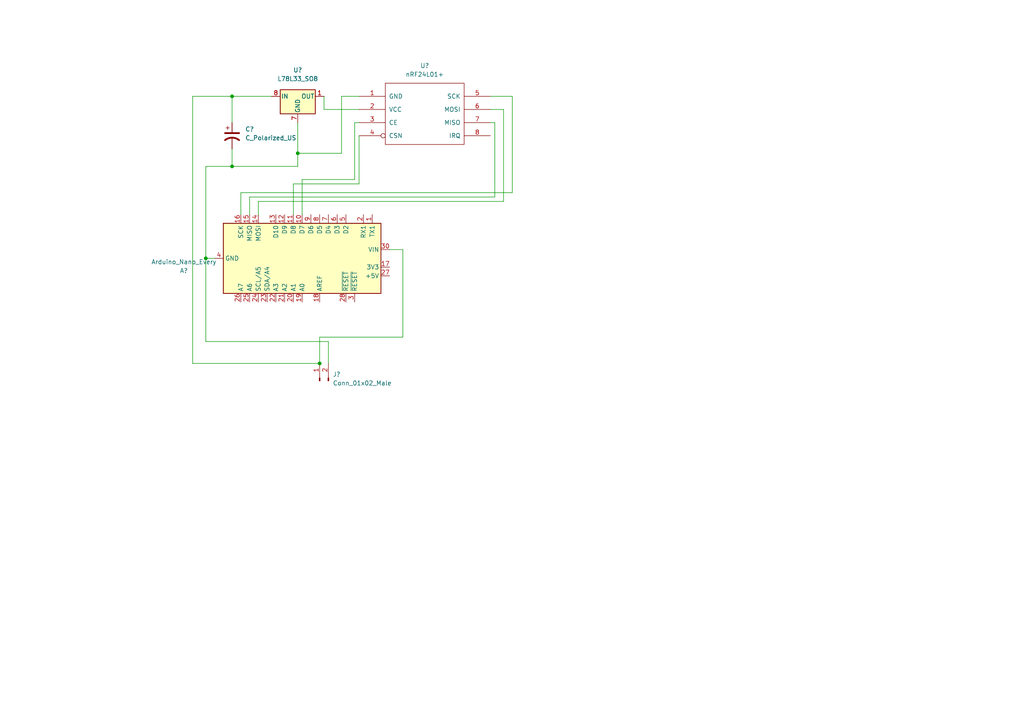
<source format=kicad_sch>
(kicad_sch (version 20211123) (generator eeschema)
  (paper "A4")
  (lib_symbols
    (symbol "Connector:Conn_01x02_Male" (pin_names (offset 1.016) hide)
      (property "Reference" "J" (at 0 2.54 0))
      (property "Value" "Conn_01x02_Male" (at 0 -5.08 0))
      (symbol "Conn_01x02_Male_1_1"
        (polyline (pts (xy 1.27 -2.54) (xy 0.8636 -2.54)) (stroke (width 0.1524)))
        (polyline (pts (xy 1.27 0) (xy 0.8636 0)) (stroke (width 0.1524)))
        (rectangle (start 0.8636 -2.413) (end 0 -2.667) (stroke (width 0.1524)) (fill (type outline)))
        (rectangle (start 0.8636 0.127) (end 0 -0.127) (stroke (width 0.1524)) (fill (type outline)))
        (pin passive line (at 5.08 0 180) (length 3.81) (name "Pin_1") (number "1"))
        (pin passive line (at 5.08 -2.54 180) (length 3.81) (name "Pin_2") (number "2"))
      )
    )
    (symbol "Device:C_Polarized_US" (pin_numbers hide) (pin_names (offset 0.254) hide)
      (property "Reference" "C" (at 0.635 2.54 0))
      (property "Value" "C_Polarized_US" (at 0.635 -2.54 0))
      (symbol "C_Polarized_US_0_1"
        (polyline (pts (xy -2.032 0.762) (xy 2.032 0.762)) (stroke (width 0.508)))
        (polyline (pts (xy -1.778 2.286) (xy -0.762 2.286)))
        (polyline (pts (xy -1.27 1.778) (xy -1.27 2.794)))
        (arc (start 2.032 -1.27) (mid 0 -0.5572) (end -2.032 -1.27) (stroke (width 0.508)))
      )
      (symbol "C_Polarized_US_1_1"
        (pin passive line (at 0 3.81 270) (length 2.794) (name "~") (number "1"))
        (pin passive line (at 0 -3.81 90) (length 3.302) (name "~") (number "2"))
      )
    )
    (symbol "MCU_Module:Arduino_Nano_Every"
      (property "Reference" "A" (at -10.16 23.495 0))
      (property "Value" "Arduino_Nano_Every" (at 5.08 -24.13 0))
      (symbol "Arduino_Nano_Every_0_1"
        (rectangle (start -10.16 22.86) (end 10.16 -22.86) (stroke (width 0.254)) (fill (type background)))
      )
      (symbol "Arduino_Nano_Every_1_1"
        (pin bidirectional line (at -12.7 20.32 0) (length 2.54) (name "TX1") (number "1"))
        (pin bidirectional line (at -12.7 0 0) (length 2.54) (name "D7") (number "10"))
        (pin bidirectional line (at -12.7 -2.54 0) (length 2.54) (name "D8") (number "11"))
        (pin bidirectional line (at -12.7 -5.08 0) (length 2.54) (name "D9") (number "12"))
        (pin bidirectional line (at -12.7 -7.62 0) (length 2.54) (name "D10") (number "13"))
        (pin bidirectional line (at -12.7 -12.7 0) (length 2.54) (name "MOSI") (number "14"))
        (pin bidirectional line (at -12.7 -15.24 0) (length 2.54) (name "MISO") (number "15"))
        (pin bidirectional line (at -12.7 -17.78 0) (length 2.54) (name "SCK") (number "16"))
        (pin power_out line (at 2.54 25.4 270) (length 2.54) (name "3V3") (number "17"))
        (pin input line (at 12.7 5.08 180) (length 2.54) (name "AREF") (number "18"))
        (pin bidirectional line (at 12.7 0 180) (length 2.54) (name "A0") (number "19"))
        (pin bidirectional line (at -12.7 17.78 0) (length 2.54) (name "RX1") (number "2"))
        (pin bidirectional line (at 12.7 -2.54 180) (length 2.54) (name "A1") (number "20"))
        (pin bidirectional line (at 12.7 -5.08 180) (length 2.54) (name "A2") (number "21"))
        (pin bidirectional line (at 12.7 -7.62 180) (length 2.54) (name "A3") (number "22"))
        (pin bidirectional line (at 12.7 -10.16 180) (length 2.54) (name "SDA/A4") (number "23"))
        (pin bidirectional line (at 12.7 -12.7 180) (length 2.54) (name "SCL/A5") (number "24"))
        (pin bidirectional line (at 12.7 -15.24 180) (length 2.54) (name "A6") (number "25"))
        (pin bidirectional line (at 12.7 -17.78 180) (length 2.54) (name "A7") (number "26"))
        (pin power_out line (at 5.08 25.4 270) (length 2.54) (name "+5V") (number "27"))
        (pin input line (at 12.7 12.7 180) (length 2.54) (name "~{RESET}") (number "28"))
        (pin passive line (at 0 -25.4 90) (length 2.54) hide (name "GND") (number "29"))
        (pin input line (at 12.7 15.24 180) (length 2.54) (name "~{RESET}") (number "3"))
        (pin power_in line (at -2.54 25.4 270) (length 2.54) (name "VIN") (number "30"))
        (pin power_in line (at 0 -25.4 90) (length 2.54) (name "GND") (number "4"))
        (pin bidirectional line (at -12.7 12.7 0) (length 2.54) (name "D2") (number "5"))
        (pin bidirectional line (at -12.7 10.16 0) (length 2.54) (name "D3") (number "6"))
        (pin bidirectional line (at -12.7 7.62 0) (length 2.54) (name "D4") (number "7"))
        (pin bidirectional line (at -12.7 5.08 0) (length 2.54) (name "D5") (number "8"))
        (pin bidirectional line (at -12.7 2.54 0) (length 2.54) (name "D6") (number "9"))
      )
    )
    (symbol "Regulator_Linear:L78L33_SO8" (pin_names (offset 0.254))
      (property "Reference" "U" (at -3.81 3.175 0))
      (property "Value" "L78L33_SO8" (at 0 3.175 0))
      (symbol "L78L33_SO8_0_1"
        (rectangle (start -5.08 1.905) (end 5.08 -5.08) (stroke (width 0.254)) (fill (type background)))
      )
      (symbol "L78L33_SO8_1_1"
        (pin power_out line (at 7.62 0 180) (length 2.54) (name "OUT") (number "1"))
        (pin passive line (at 0 -7.62 90) (length 2.54) hide (name "GND") (number "2"))
        (pin passive line (at 0 -7.62 90) (length 2.54) hide (name "GND") (number "3"))
        (pin no_connect line (at -5.08 -2.54 0) (length 2.54) hide (name "NC") (number "4"))
        (pin no_connect line (at 5.08 -2.54 180) (length 2.54) hide (name "NC") (number "5"))
        (pin passive line (at 0 -7.62 90) (length 2.54) hide (name "GND") (number "6"))
        (pin power_in line (at 0 -7.62 90) (length 2.54) (name "GND") (number "7"))
        (pin power_in line (at -7.62 0 0) (length 2.54) (name "IN") (number "8"))
      )
    )
    (symbol "nRF24L01+:nRF24L01+" (pin_names (offset 1.016))
      (property "Reference" "U" (at 0 -7.62 0))
      (property "Value" "nRF24L01+" (at 0 7.62 0))
      (symbol "nRF24L01+_1_0"
        (rectangle (start -11.43 -8.89) (end 11.43 8.89))
      )
      (symbol "nRF24L01+_1_1"
        (pin power_in line (at -19.05 5.08 0) (length 7.62) (name "GND") (number "1"))
        (pin power_in line (at -19.05 1.27 0) (length 7.62) (name "VCC") (number "2"))
        (pin input line (at -19.05 -2.54 0) (length 7.62) (name "CE") (number "3"))
        (pin input inverted (at -19.05 -6.35 0) (length 7.62) (name "CSN") (number "4"))
        (pin input line (at 19.05 5.08 180) (length 7.62) (name "SCK") (number "5"))
        (pin input line (at 19.05 1.27 180) (length 7.62) (name "MOSI") (number "6"))
        (pin output line (at 19.05 -2.54 180) (length 7.62) (name "MISO") (number "7"))
        (pin output line (at 19.05 -6.35 180) (length 7.62) (name "IRQ") (number "8"))
      )
    )
  )
  (junction (at 67.31 48.26))
  (junction (at 67.31 27.94))
  (junction (at 92.71 105.41))
  (junction (at 86.36 44.45))
  (junction (at 59.69 74.93))
  (wire (pts (xy 148.59 55.88) (xy 148.59 27.94)))
  (wire (pts (xy 148.59 27.94) (xy 142.24 27.94)))
  (wire (pts (xy 143.51 57.15) (xy 143.51 35.56)))
  (wire (pts (xy 99.06 44.45) (xy 86.36 44.45)))
  (wire (pts (xy 99.06 27.94) (xy 99.06 44.45)))
  (wire (pts (xy 116.84 72.39) (xy 116.84 97.79)))
  (wire (pts (xy 102.87 52.07) (xy 87.63 52.07)))
  (wire (pts (xy 104.14 27.94) (xy 99.06 27.94)))
  (wire (pts (xy 69.85 62.23) (xy 69.85 55.88)))
  (wire (pts (xy 104.14 35.56) (xy 102.87 35.56)))
  (wire (pts (xy 85.09 53.34) (xy 85.09 62.23)))
  (wire (pts (xy 72.39 57.15) (xy 72.39 62.23)))
  (wire (pts (xy 69.85 55.88) (xy 148.59 55.88)))
  (wire (pts (xy 59.69 99.06) (xy 95.25 99.06)))
  (wire (pts (xy 104.14 53.34) (xy 85.09 53.34)))
  (wire (pts (xy 143.51 35.56) (xy 142.24 35.56)))
  (wire (pts (xy 93.98 31.75) (xy 104.14 31.75)))
  (wire (pts (xy 113.03 72.39) (xy 116.84 72.39)))
  (wire (pts (xy 86.36 35.56) (xy 86.36 44.45)))
  (wire (pts (xy 87.63 52.07) (xy 87.63 62.23)))
  (wire (pts (xy 59.69 74.93) (xy 59.69 99.06)))
  (wire (pts (xy 72.39 57.15) (xy 143.51 57.15)))
  (wire (pts (xy 55.88 105.41) (xy 55.88 27.94)))
  (wire (pts (xy 59.69 48.26) (xy 59.69 74.93)))
  (wire (pts (xy 104.14 39.37) (xy 104.14 53.34)))
  (wire (pts (xy 67.31 43.18) (xy 67.31 48.26)))
  (wire (pts (xy 67.31 27.94) (xy 67.31 35.56)))
  (wire (pts (xy 74.93 58.42) (xy 146.05 58.42)))
  (wire (pts (xy 116.84 97.79) (xy 92.71 97.79)))
  (wire (pts (xy 67.31 27.94) (xy 78.74 27.94)))
  (wire (pts (xy 55.88 105.41) (xy 92.71 105.41)))
  (wire (pts (xy 74.93 62.23) (xy 74.93 58.42)))
  (wire (pts (xy 86.36 44.45) (xy 86.36 48.26)))
  (wire (pts (xy 59.69 74.93) (xy 62.23 74.93)))
  (wire (pts (xy 86.36 48.26) (xy 67.31 48.26)))
  (wire (pts (xy 95.25 99.06) (xy 95.25 105.41)))
  (wire (pts (xy 146.05 31.75) (xy 142.24 31.75)))
  (wire (pts (xy 146.05 58.42) (xy 146.05 31.75)))
  (wire (pts (xy 102.87 35.56) (xy 102.87 52.07)))
  (wire (pts (xy 67.31 48.26) (xy 59.69 48.26)))
  (wire (pts (xy 93.98 27.94) (xy 93.98 31.75)))
  (wire (pts (xy 55.88 27.94) (xy 67.31 27.94)))
  (wire (pts (xy 92.71 97.79) (xy 92.71 105.41)))
  (symbol (lib_id "nRF24L01+:nRF24L01+") (at 123.19 33.02 0) (unit 1)
    (property "Reference" "U?" (at 123.19 19.05 0))
    (property "Value" "nRF24L01+" (at 123.19 21.59 0))
    (property "Footprint" "MODULE" (effects hide))
    (property "Datasheet" "DOCUMENTATION" (effects hide))
  )
  (symbol (lib_id "MCU_Module:Arduino_Nano_Every") (at 87.63 74.93 270) (unit 1)
    (property "Reference" "A?" (at 53.34 78.5114 90))
    (property "Value" "Arduino_Nano_Every" (at 53.34 75.9714 90))
    (property "Footprint" "Module:Arduino_Nano" (effects hide))
    (property "Datasheet" "https://content.arduino.cc/assets/NANOEveryV3.0_sch.pdf" (effects hide))
  )
  (symbol (lib_id "Regulator_Linear:L78L33_SO8") (at 86.36 27.94 0) (unit 1)
    (property "Reference" "U?" (at 86.36 20.32 0))
    (property "Value" "L78L33_SO8" (at 86.36 22.86 0))
    (property "Footprint" "Package_SO:SOIC-8_3.9x4.9mm_P1.27mm" (effects hide))
    (property "Datasheet" "http://www.st.com/content/ccc/resource/technical/document/datasheet/15/55/e5/aa/23/5b/43/fd/CD00000446.pdf/files/CD00000446.pdf/jcr:content/translations/en.CD00000446.pdf" (effects hide))
  )
  (symbol (lib_id "Device:C_Polarized_US") (at 67.31 39.37 0) (unit 1)
    (property "Reference" "C?" (at 71.12 37.4649 0) (effects (justify left)))
    (property "Value" "C_Polarized_US" (at 71.12 40.0049 0) (effects (justify left)))
  )
  (symbol (lib_id "Connector:Conn_01x02_Male") (at 92.71 110.49 90) (unit 1)
    (property "Reference" "J?" (at 96.52 108.5849 90) (effects (justify right)))
    (property "Value" "Conn_01x02_Male" (at 96.52 111.1249 90) (effects (justify right)))
    (property "Footprint" "Connector_Coaxial:SMA_Amphenol_132203-12_Horizontal" (effects hide))
  )
)
</source>
